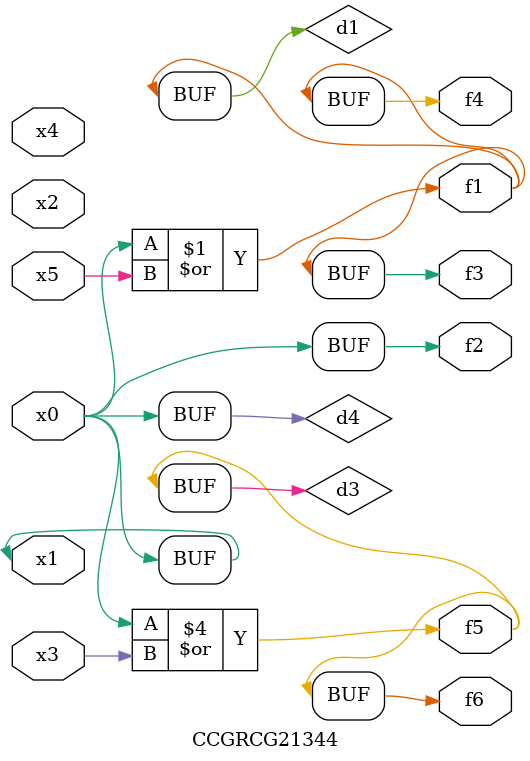
<source format=v>
module CCGRCG21344(
	input x0, x1, x2, x3, x4, x5,
	output f1, f2, f3, f4, f5, f6
);

	wire d1, d2, d3, d4;

	or (d1, x0, x5);
	xnor (d2, x1, x4);
	or (d3, x0, x3);
	buf (d4, x0, x1);
	assign f1 = d1;
	assign f2 = d4;
	assign f3 = d1;
	assign f4 = d1;
	assign f5 = d3;
	assign f6 = d3;
endmodule

</source>
